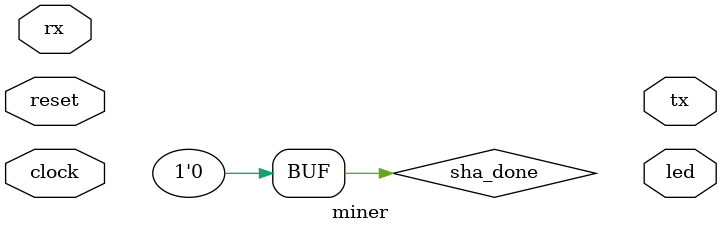
<source format=v>


module miner (
    clock,
    reset,
	 tx,
	 rx,
    led
);

input clock;
input reset;
output led;
output tx;
input rx;

wire clock;
wire reset;
wire led; /* if golden nonce is found */

/* clock related fixed parameter */
parameter CLK_HALF_PERIOD = 2;
parameter CLK_PERIOD = 2 * CLK_HALF_PERIOD;

/* definition of the state for the state machine */
parameter STATE_IDLE = 0;
parameter STATE_FIRST_BLOCK = 1;
parameter STATE_SECOND_BLOCK = 2;
parameter STATE_HASH_OF_HASH = 3;
parameter STATE_COMPARING_HASHES = 4;
parameter STATE_INCREASE_NONCE = 5;
parameter STATE_GOLDEN_NONCE_FOUND = 6;

/* sha global definition */
reg sha_init;
reg sha_mode;
reg sha_next;
reg sha_reset;

/* sha instance #1 */
reg [511:0] sha_1_block;
wire [255:0] sha_1_digest;
wire sha_1_digest_valid;
wire sha_1_ready;

/* attempt to make somthing dummy */
reg [1:0] sha_1_state;
reg sha_done = 0;

/* global machine state */
reg [31:0] global_state = STATE_IDLE;

/* hard coded blocks to be computed */
reg [511:0] blk1;
reg [511:0] blk2;

/* counter to be used as part of developer process */
reg [31:0] counter_out;

 
sha256_core SHA_INST1 (
  .clk(clock),
  .reset_n(sha_reset),
  .init(sha_init),
  .next(sha_next),
  .mode(sha_mode),
  .block(sha_1_block),
  .ready(sha_1_ready),
  .digest(sha_1_digest),
  .digest_valid(sha_1_digest_valid)
);


task reset_sha();
begin
  /* reset sha #n */
  sha_mode = 1;

  /* reset sha #1 */
  sha_reset = 1;
  sha_init = 0;
  sha_next = 0;
  sha_1_block = 512'h00000000000000000000000000000000000000000000000000000000000000000000000000000000000000000000000000000000000000000000000000000000;
  sha_reset = 0;
  #(4 * CLK_HALF_PERIOD);
  sha_reset = 1;
end
endtask


task reset_all();
begin
  reset_sha();
  global_state = STATE_IDLE;
end
endtask


task compute_hash_of_hash();
begin
  $display(" ** computing second hash....");
  global_state = STATE_HASH_OF_HASH;
  
  sha_1_block = {sha_1_digest, 256'h8000000000000000000000000000000000000000000000000000000000000100};
  sha_init = 1;
  #(CLK_PERIOD);
  sha_init = 0;
  sha_1_state = 2'b10;
end
endtask


task compute_sha_1st_block();
begin
  $display(" ** computing frist block....");
  global_state = STATE_FIRST_BLOCK;
  sha_1_block = blk1;
  sha_init = 1;
  #(CLK_PERIOD);
  sha_init = 0;
  sha_1_state = 2'b00;
end
endtask


task compute_sha_2nd_block();
begin
  $display(" ** computing second block....");
  global_state = STATE_SECOND_BLOCK;
  sha_1_block = blk2;
  sha_next = 1;
  #(CLK_PERIOD);
  sha_next = 0;
  sha_1_state = 2'b01;
end
endtask


task compare_hashes();
begin
  global_state = STATE_COMPARING_HASHES;
  //global_state = 5;
  $display(" ** comparing hashes.... ");
end
endtask


task increase_nonces();
begin
  //global_state = 2;
end
endtask


always @ (posedge clock)
begin : COUNTER
  if (reset == 1'b1) begin
    counter_out <= #1 0;
    reset_all();
  end
  else begin
    counter_out <= #1 counter_out + 1;
  end

  /* reset on start */
  if (counter_out == 10) begin
    $display("Simulating data from uart.");
	 blk1 = 512'h0100000000000000000000000000000000000000000000000000000000000000000000003BA3EDFD7A7B12B27AC72C3E67768F617FC81BC3888A51323A9FB8AA;
	 blk2 = 512'h4B1E5E4A29AB5F49FFFF001D1DAC2B7C800000000000000000000000000000000000000000000000000000000000000000000000000000000000000000000280;
    compute_sha_1st_block();
  end
  if (sha_1_ready && sha_1_digest_valid && global_state == STATE_FIRST_BLOCK) begin
    $display("Got first  block: 0x%064x", sha_1_digest);
    compute_sha_2nd_block();
    #(CLK_PERIOD * 2);
  end
  if (sha_1_ready && sha_1_digest_valid && global_state == STATE_SECOND_BLOCK) begin
    $display("Got second block: 0x%064x", sha_1_digest);
    compute_hash_of_hash();
    #(CLK_PERIOD * 2);
  end
  if (sha_1_ready && sha_1_digest_valid && global_state == STATE_HASH_OF_HASH) begin
    $display("Got second hash: 0x%064x", sha_1_digest);
    compare_hashes();
  end
  if (sha_1_ready && sha_1_digest_valid && global_state == STATE_HASH_OF_HASH) begin
    $display("Got second hash: 0x%064x", sha_1_digest);
    compare_hashes();
  end

  //$display("Counter: 0x%04x", counter_out); 
end



endmodule

</source>
